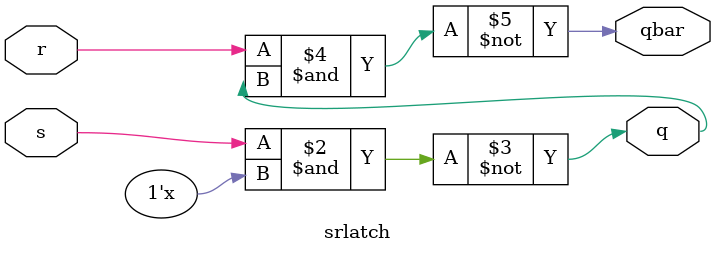
<source format=v>
`timescale 1ns / 1ps


/*module srlatch(s,r,q,qbar); 
input s,r;
inout q,qbar; 
nand n1(q,s,qbar); 
nand n2(qbar,r,q); 
endmodule */

module srlatch(input s, r, output reg q, output reg qbar);
  
  always @ (s or r) begin
    q = ~(s & qbar);   // NAND gate for q
    qbar = ~(r & q);   // NAND gate for qbar
  end
  
endmodule

</source>
